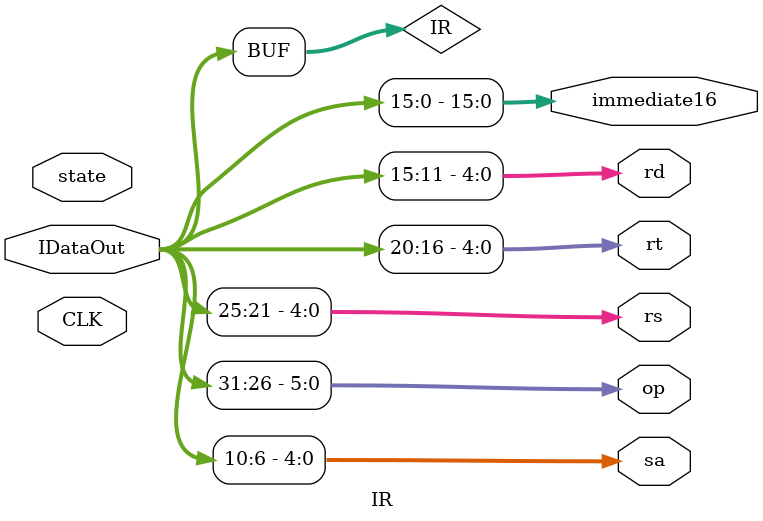
<source format=v>
module IR(CLK,state,IDataOut,op,rs,rt,rd,immediate16,sa);
input CLK;
input [2:0] state;
input [31:0] IDataOut;
output [4:0] sa;
output [5:0] op;
output [4:0] rs;
output [4:0] rt;
output [4:0] rd;
output [15:0] immediate16;
wire [31:0] IR;
assign IR = IDataOut;
assign op = IR[31:26];
assign rs = IR[25:21];
assign rt = IR[20:16];
assign rd = IR[15:11];
assign immediate16 = IR[15:0];
assign sa = IR[10:6];

endmodule
</source>
